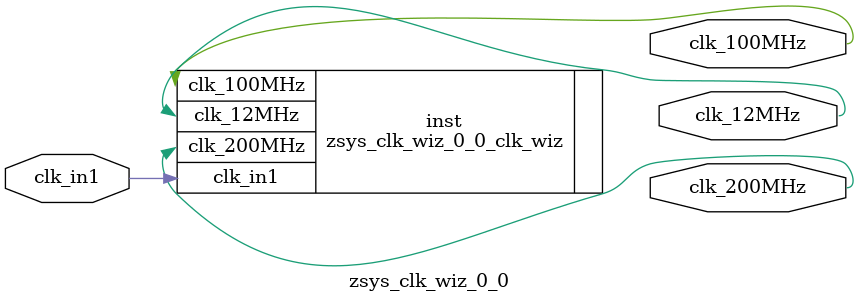
<source format=v>


`timescale 1ps/1ps

(* CORE_GENERATION_INFO = "zsys_clk_wiz_0_0,clk_wiz_v6_0_2_0_0,{component_name=zsys_clk_wiz_0_0,use_phase_alignment=true,use_min_o_jitter=false,use_max_i_jitter=false,use_dyn_phase_shift=false,use_inclk_switchover=false,use_dyn_reconfig=false,enable_axi=0,feedback_source=FDBK_AUTO,PRIMITIVE=MMCM,num_out_clk=3,clkin1_period=10.000,clkin2_period=10.000,use_power_down=false,use_reset=false,use_locked=false,use_inclk_stopped=false,feedback_type=SINGLE,CLOCK_MGR_TYPE=NA,manual_override=false}" *)

module zsys_clk_wiz_0_0 
 (
  // Clock out ports
  output        clk_100MHz,
  output        clk_200MHz,
  output        clk_12MHz,
 // Clock in ports
  input         clk_in1
 );

  zsys_clk_wiz_0_0_clk_wiz inst
  (
  // Clock out ports  
  .clk_100MHz(clk_100MHz),
  .clk_200MHz(clk_200MHz),
  .clk_12MHz(clk_12MHz),
 // Clock in ports
  .clk_in1(clk_in1)
  );

endmodule

</source>
